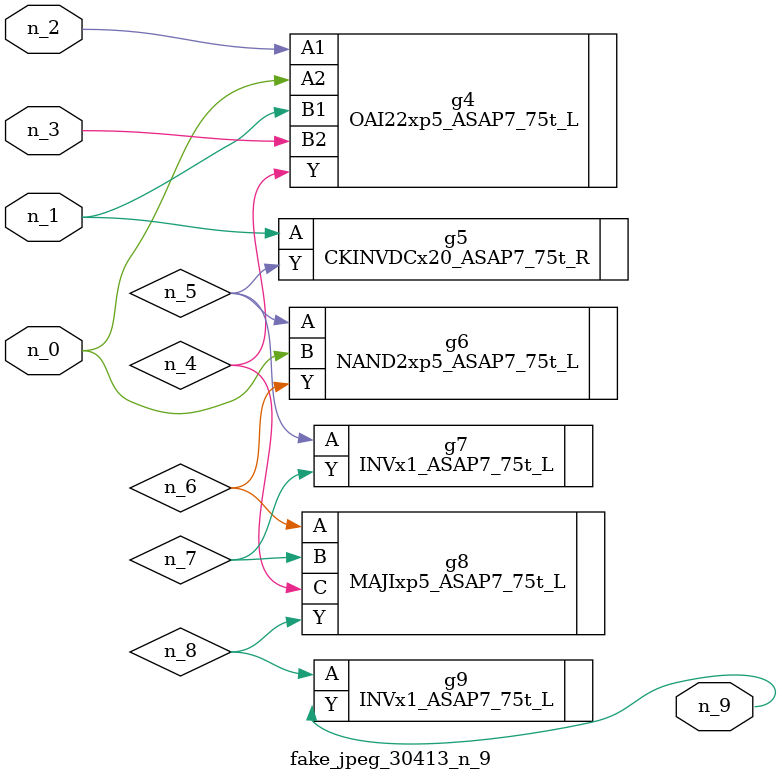
<source format=v>
module fake_jpeg_30413_n_9 (n_0, n_3, n_2, n_1, n_9);

input n_0;
input n_3;
input n_2;
input n_1;

output n_9;

wire n_4;
wire n_8;
wire n_6;
wire n_5;
wire n_7;

OAI22xp5_ASAP7_75t_L g4 ( 
.A1(n_2),
.A2(n_0),
.B1(n_1),
.B2(n_3),
.Y(n_4)
);

CKINVDCx20_ASAP7_75t_R g5 ( 
.A(n_1),
.Y(n_5)
);

NAND2xp5_ASAP7_75t_L g6 ( 
.A(n_5),
.B(n_0),
.Y(n_6)
);

MAJIxp5_ASAP7_75t_L g8 ( 
.A(n_6),
.B(n_7),
.C(n_4),
.Y(n_8)
);

INVx1_ASAP7_75t_L g7 ( 
.A(n_5),
.Y(n_7)
);

INVx1_ASAP7_75t_L g9 ( 
.A(n_8),
.Y(n_9)
);


endmodule
</source>
